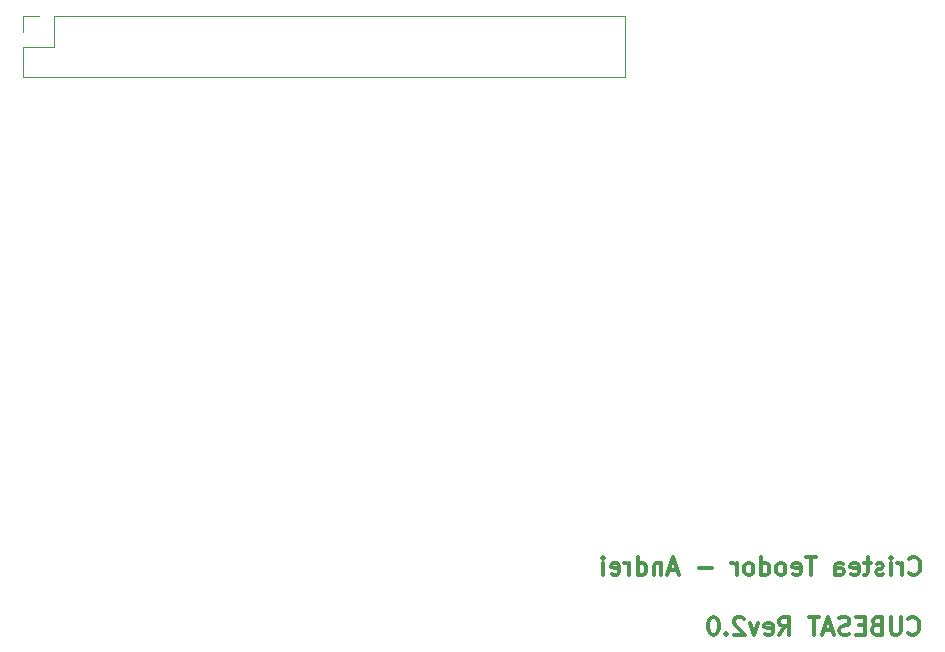
<source format=gbo>
G04 #@! TF.GenerationSoftware,KiCad,Pcbnew,7.0.8*
G04 #@! TF.CreationDate,2023-10-30T18:50:45+02:00*
G04 #@! TF.ProjectId,CubeSAT,43756265-5341-4542-9e6b-696361645f70,rev?*
G04 #@! TF.SameCoordinates,Original*
G04 #@! TF.FileFunction,Legend,Bot*
G04 #@! TF.FilePolarity,Positive*
%FSLAX46Y46*%
G04 Gerber Fmt 4.6, Leading zero omitted, Abs format (unit mm)*
G04 Created by KiCad (PCBNEW 7.0.8) date 2023-10-30 18:50:45*
%MOMM*%
%LPD*%
G01*
G04 APERTURE LIST*
%ADD10C,0.300000*%
%ADD11C,0.120000*%
%ADD12R,1.700000X1.700000*%
%ADD13O,1.700000X1.700000*%
%ADD14C,2.700000*%
G04 APERTURE END LIST*
D10*
X262088346Y-108157971D02*
X262159774Y-108229400D01*
X262159774Y-108229400D02*
X262374060Y-108300828D01*
X262374060Y-108300828D02*
X262516917Y-108300828D01*
X262516917Y-108300828D02*
X262731203Y-108229400D01*
X262731203Y-108229400D02*
X262874060Y-108086542D01*
X262874060Y-108086542D02*
X262945489Y-107943685D01*
X262945489Y-107943685D02*
X263016917Y-107657971D01*
X263016917Y-107657971D02*
X263016917Y-107443685D01*
X263016917Y-107443685D02*
X262945489Y-107157971D01*
X262945489Y-107157971D02*
X262874060Y-107015114D01*
X262874060Y-107015114D02*
X262731203Y-106872257D01*
X262731203Y-106872257D02*
X262516917Y-106800828D01*
X262516917Y-106800828D02*
X262374060Y-106800828D01*
X262374060Y-106800828D02*
X262159774Y-106872257D01*
X262159774Y-106872257D02*
X262088346Y-106943685D01*
X261445489Y-108300828D02*
X261445489Y-107300828D01*
X261445489Y-107586542D02*
X261374060Y-107443685D01*
X261374060Y-107443685D02*
X261302632Y-107372257D01*
X261302632Y-107372257D02*
X261159774Y-107300828D01*
X261159774Y-107300828D02*
X261016917Y-107300828D01*
X260516918Y-108300828D02*
X260516918Y-107300828D01*
X260516918Y-106800828D02*
X260588346Y-106872257D01*
X260588346Y-106872257D02*
X260516918Y-106943685D01*
X260516918Y-106943685D02*
X260445489Y-106872257D01*
X260445489Y-106872257D02*
X260516918Y-106800828D01*
X260516918Y-106800828D02*
X260516918Y-106943685D01*
X259874060Y-108229400D02*
X259731203Y-108300828D01*
X259731203Y-108300828D02*
X259445489Y-108300828D01*
X259445489Y-108300828D02*
X259302632Y-108229400D01*
X259302632Y-108229400D02*
X259231203Y-108086542D01*
X259231203Y-108086542D02*
X259231203Y-108015114D01*
X259231203Y-108015114D02*
X259302632Y-107872257D01*
X259302632Y-107872257D02*
X259445489Y-107800828D01*
X259445489Y-107800828D02*
X259659775Y-107800828D01*
X259659775Y-107800828D02*
X259802632Y-107729400D01*
X259802632Y-107729400D02*
X259874060Y-107586542D01*
X259874060Y-107586542D02*
X259874060Y-107515114D01*
X259874060Y-107515114D02*
X259802632Y-107372257D01*
X259802632Y-107372257D02*
X259659775Y-107300828D01*
X259659775Y-107300828D02*
X259445489Y-107300828D01*
X259445489Y-107300828D02*
X259302632Y-107372257D01*
X258802631Y-107300828D02*
X258231203Y-107300828D01*
X258588346Y-106800828D02*
X258588346Y-108086542D01*
X258588346Y-108086542D02*
X258516917Y-108229400D01*
X258516917Y-108229400D02*
X258374060Y-108300828D01*
X258374060Y-108300828D02*
X258231203Y-108300828D01*
X257159774Y-108229400D02*
X257302631Y-108300828D01*
X257302631Y-108300828D02*
X257588346Y-108300828D01*
X257588346Y-108300828D02*
X257731203Y-108229400D01*
X257731203Y-108229400D02*
X257802631Y-108086542D01*
X257802631Y-108086542D02*
X257802631Y-107515114D01*
X257802631Y-107515114D02*
X257731203Y-107372257D01*
X257731203Y-107372257D02*
X257588346Y-107300828D01*
X257588346Y-107300828D02*
X257302631Y-107300828D01*
X257302631Y-107300828D02*
X257159774Y-107372257D01*
X257159774Y-107372257D02*
X257088346Y-107515114D01*
X257088346Y-107515114D02*
X257088346Y-107657971D01*
X257088346Y-107657971D02*
X257802631Y-107800828D01*
X255802632Y-108300828D02*
X255802632Y-107515114D01*
X255802632Y-107515114D02*
X255874060Y-107372257D01*
X255874060Y-107372257D02*
X256016917Y-107300828D01*
X256016917Y-107300828D02*
X256302632Y-107300828D01*
X256302632Y-107300828D02*
X256445489Y-107372257D01*
X255802632Y-108229400D02*
X255945489Y-108300828D01*
X255945489Y-108300828D02*
X256302632Y-108300828D01*
X256302632Y-108300828D02*
X256445489Y-108229400D01*
X256445489Y-108229400D02*
X256516917Y-108086542D01*
X256516917Y-108086542D02*
X256516917Y-107943685D01*
X256516917Y-107943685D02*
X256445489Y-107800828D01*
X256445489Y-107800828D02*
X256302632Y-107729400D01*
X256302632Y-107729400D02*
X255945489Y-107729400D01*
X255945489Y-107729400D02*
X255802632Y-107657971D01*
X254159774Y-106800828D02*
X253302632Y-106800828D01*
X253731203Y-108300828D02*
X253731203Y-106800828D01*
X252231203Y-108229400D02*
X252374060Y-108300828D01*
X252374060Y-108300828D02*
X252659775Y-108300828D01*
X252659775Y-108300828D02*
X252802632Y-108229400D01*
X252802632Y-108229400D02*
X252874060Y-108086542D01*
X252874060Y-108086542D02*
X252874060Y-107515114D01*
X252874060Y-107515114D02*
X252802632Y-107372257D01*
X252802632Y-107372257D02*
X252659775Y-107300828D01*
X252659775Y-107300828D02*
X252374060Y-107300828D01*
X252374060Y-107300828D02*
X252231203Y-107372257D01*
X252231203Y-107372257D02*
X252159775Y-107515114D01*
X252159775Y-107515114D02*
X252159775Y-107657971D01*
X252159775Y-107657971D02*
X252874060Y-107800828D01*
X251302632Y-108300828D02*
X251445489Y-108229400D01*
X251445489Y-108229400D02*
X251516918Y-108157971D01*
X251516918Y-108157971D02*
X251588346Y-108015114D01*
X251588346Y-108015114D02*
X251588346Y-107586542D01*
X251588346Y-107586542D02*
X251516918Y-107443685D01*
X251516918Y-107443685D02*
X251445489Y-107372257D01*
X251445489Y-107372257D02*
X251302632Y-107300828D01*
X251302632Y-107300828D02*
X251088346Y-107300828D01*
X251088346Y-107300828D02*
X250945489Y-107372257D01*
X250945489Y-107372257D02*
X250874061Y-107443685D01*
X250874061Y-107443685D02*
X250802632Y-107586542D01*
X250802632Y-107586542D02*
X250802632Y-108015114D01*
X250802632Y-108015114D02*
X250874061Y-108157971D01*
X250874061Y-108157971D02*
X250945489Y-108229400D01*
X250945489Y-108229400D02*
X251088346Y-108300828D01*
X251088346Y-108300828D02*
X251302632Y-108300828D01*
X249516918Y-108300828D02*
X249516918Y-106800828D01*
X249516918Y-108229400D02*
X249659775Y-108300828D01*
X249659775Y-108300828D02*
X249945489Y-108300828D01*
X249945489Y-108300828D02*
X250088346Y-108229400D01*
X250088346Y-108229400D02*
X250159775Y-108157971D01*
X250159775Y-108157971D02*
X250231203Y-108015114D01*
X250231203Y-108015114D02*
X250231203Y-107586542D01*
X250231203Y-107586542D02*
X250159775Y-107443685D01*
X250159775Y-107443685D02*
X250088346Y-107372257D01*
X250088346Y-107372257D02*
X249945489Y-107300828D01*
X249945489Y-107300828D02*
X249659775Y-107300828D01*
X249659775Y-107300828D02*
X249516918Y-107372257D01*
X248588346Y-108300828D02*
X248731203Y-108229400D01*
X248731203Y-108229400D02*
X248802632Y-108157971D01*
X248802632Y-108157971D02*
X248874060Y-108015114D01*
X248874060Y-108015114D02*
X248874060Y-107586542D01*
X248874060Y-107586542D02*
X248802632Y-107443685D01*
X248802632Y-107443685D02*
X248731203Y-107372257D01*
X248731203Y-107372257D02*
X248588346Y-107300828D01*
X248588346Y-107300828D02*
X248374060Y-107300828D01*
X248374060Y-107300828D02*
X248231203Y-107372257D01*
X248231203Y-107372257D02*
X248159775Y-107443685D01*
X248159775Y-107443685D02*
X248088346Y-107586542D01*
X248088346Y-107586542D02*
X248088346Y-108015114D01*
X248088346Y-108015114D02*
X248159775Y-108157971D01*
X248159775Y-108157971D02*
X248231203Y-108229400D01*
X248231203Y-108229400D02*
X248374060Y-108300828D01*
X248374060Y-108300828D02*
X248588346Y-108300828D01*
X247445489Y-108300828D02*
X247445489Y-107300828D01*
X247445489Y-107586542D02*
X247374060Y-107443685D01*
X247374060Y-107443685D02*
X247302632Y-107372257D01*
X247302632Y-107372257D02*
X247159774Y-107300828D01*
X247159774Y-107300828D02*
X247016917Y-107300828D01*
X245374061Y-107729400D02*
X244231204Y-107729400D01*
X242445489Y-107872257D02*
X241731204Y-107872257D01*
X242588346Y-108300828D02*
X242088346Y-106800828D01*
X242088346Y-106800828D02*
X241588346Y-108300828D01*
X241088347Y-107300828D02*
X241088347Y-108300828D01*
X241088347Y-107443685D02*
X241016918Y-107372257D01*
X241016918Y-107372257D02*
X240874061Y-107300828D01*
X240874061Y-107300828D02*
X240659775Y-107300828D01*
X240659775Y-107300828D02*
X240516918Y-107372257D01*
X240516918Y-107372257D02*
X240445490Y-107515114D01*
X240445490Y-107515114D02*
X240445490Y-108300828D01*
X239088347Y-108300828D02*
X239088347Y-106800828D01*
X239088347Y-108229400D02*
X239231204Y-108300828D01*
X239231204Y-108300828D02*
X239516918Y-108300828D01*
X239516918Y-108300828D02*
X239659775Y-108229400D01*
X239659775Y-108229400D02*
X239731204Y-108157971D01*
X239731204Y-108157971D02*
X239802632Y-108015114D01*
X239802632Y-108015114D02*
X239802632Y-107586542D01*
X239802632Y-107586542D02*
X239731204Y-107443685D01*
X239731204Y-107443685D02*
X239659775Y-107372257D01*
X239659775Y-107372257D02*
X239516918Y-107300828D01*
X239516918Y-107300828D02*
X239231204Y-107300828D01*
X239231204Y-107300828D02*
X239088347Y-107372257D01*
X238374061Y-108300828D02*
X238374061Y-107300828D01*
X238374061Y-107586542D02*
X238302632Y-107443685D01*
X238302632Y-107443685D02*
X238231204Y-107372257D01*
X238231204Y-107372257D02*
X238088346Y-107300828D01*
X238088346Y-107300828D02*
X237945489Y-107300828D01*
X236874061Y-108229400D02*
X237016918Y-108300828D01*
X237016918Y-108300828D02*
X237302633Y-108300828D01*
X237302633Y-108300828D02*
X237445490Y-108229400D01*
X237445490Y-108229400D02*
X237516918Y-108086542D01*
X237516918Y-108086542D02*
X237516918Y-107515114D01*
X237516918Y-107515114D02*
X237445490Y-107372257D01*
X237445490Y-107372257D02*
X237302633Y-107300828D01*
X237302633Y-107300828D02*
X237016918Y-107300828D01*
X237016918Y-107300828D02*
X236874061Y-107372257D01*
X236874061Y-107372257D02*
X236802633Y-107515114D01*
X236802633Y-107515114D02*
X236802633Y-107657971D01*
X236802633Y-107657971D02*
X237516918Y-107800828D01*
X236159776Y-108300828D02*
X236159776Y-107300828D01*
X236159776Y-106800828D02*
X236231204Y-106872257D01*
X236231204Y-106872257D02*
X236159776Y-106943685D01*
X236159776Y-106943685D02*
X236088347Y-106872257D01*
X236088347Y-106872257D02*
X236159776Y-106800828D01*
X236159776Y-106800828D02*
X236159776Y-106943685D01*
X261998346Y-113217971D02*
X262069774Y-113289400D01*
X262069774Y-113289400D02*
X262284060Y-113360828D01*
X262284060Y-113360828D02*
X262426917Y-113360828D01*
X262426917Y-113360828D02*
X262641203Y-113289400D01*
X262641203Y-113289400D02*
X262784060Y-113146542D01*
X262784060Y-113146542D02*
X262855489Y-113003685D01*
X262855489Y-113003685D02*
X262926917Y-112717971D01*
X262926917Y-112717971D02*
X262926917Y-112503685D01*
X262926917Y-112503685D02*
X262855489Y-112217971D01*
X262855489Y-112217971D02*
X262784060Y-112075114D01*
X262784060Y-112075114D02*
X262641203Y-111932257D01*
X262641203Y-111932257D02*
X262426917Y-111860828D01*
X262426917Y-111860828D02*
X262284060Y-111860828D01*
X262284060Y-111860828D02*
X262069774Y-111932257D01*
X262069774Y-111932257D02*
X261998346Y-112003685D01*
X261355489Y-111860828D02*
X261355489Y-113075114D01*
X261355489Y-113075114D02*
X261284060Y-113217971D01*
X261284060Y-113217971D02*
X261212632Y-113289400D01*
X261212632Y-113289400D02*
X261069774Y-113360828D01*
X261069774Y-113360828D02*
X260784060Y-113360828D01*
X260784060Y-113360828D02*
X260641203Y-113289400D01*
X260641203Y-113289400D02*
X260569774Y-113217971D01*
X260569774Y-113217971D02*
X260498346Y-113075114D01*
X260498346Y-113075114D02*
X260498346Y-111860828D01*
X259284060Y-112575114D02*
X259069774Y-112646542D01*
X259069774Y-112646542D02*
X258998345Y-112717971D01*
X258998345Y-112717971D02*
X258926917Y-112860828D01*
X258926917Y-112860828D02*
X258926917Y-113075114D01*
X258926917Y-113075114D02*
X258998345Y-113217971D01*
X258998345Y-113217971D02*
X259069774Y-113289400D01*
X259069774Y-113289400D02*
X259212631Y-113360828D01*
X259212631Y-113360828D02*
X259784060Y-113360828D01*
X259784060Y-113360828D02*
X259784060Y-111860828D01*
X259784060Y-111860828D02*
X259284060Y-111860828D01*
X259284060Y-111860828D02*
X259141203Y-111932257D01*
X259141203Y-111932257D02*
X259069774Y-112003685D01*
X259069774Y-112003685D02*
X258998345Y-112146542D01*
X258998345Y-112146542D02*
X258998345Y-112289400D01*
X258998345Y-112289400D02*
X259069774Y-112432257D01*
X259069774Y-112432257D02*
X259141203Y-112503685D01*
X259141203Y-112503685D02*
X259284060Y-112575114D01*
X259284060Y-112575114D02*
X259784060Y-112575114D01*
X258284060Y-112575114D02*
X257784060Y-112575114D01*
X257569774Y-113360828D02*
X258284060Y-113360828D01*
X258284060Y-113360828D02*
X258284060Y-111860828D01*
X258284060Y-111860828D02*
X257569774Y-111860828D01*
X256998345Y-113289400D02*
X256784060Y-113360828D01*
X256784060Y-113360828D02*
X256426917Y-113360828D01*
X256426917Y-113360828D02*
X256284060Y-113289400D01*
X256284060Y-113289400D02*
X256212631Y-113217971D01*
X256212631Y-113217971D02*
X256141202Y-113075114D01*
X256141202Y-113075114D02*
X256141202Y-112932257D01*
X256141202Y-112932257D02*
X256212631Y-112789400D01*
X256212631Y-112789400D02*
X256284060Y-112717971D01*
X256284060Y-112717971D02*
X256426917Y-112646542D01*
X256426917Y-112646542D02*
X256712631Y-112575114D01*
X256712631Y-112575114D02*
X256855488Y-112503685D01*
X256855488Y-112503685D02*
X256926917Y-112432257D01*
X256926917Y-112432257D02*
X256998345Y-112289400D01*
X256998345Y-112289400D02*
X256998345Y-112146542D01*
X256998345Y-112146542D02*
X256926917Y-112003685D01*
X256926917Y-112003685D02*
X256855488Y-111932257D01*
X256855488Y-111932257D02*
X256712631Y-111860828D01*
X256712631Y-111860828D02*
X256355488Y-111860828D01*
X256355488Y-111860828D02*
X256141202Y-111932257D01*
X255569774Y-112932257D02*
X254855489Y-112932257D01*
X255712631Y-113360828D02*
X255212631Y-111860828D01*
X255212631Y-111860828D02*
X254712631Y-113360828D01*
X254426917Y-111860828D02*
X253569775Y-111860828D01*
X253998346Y-113360828D02*
X253998346Y-111860828D01*
X251069775Y-113360828D02*
X251569775Y-112646542D01*
X251926918Y-113360828D02*
X251926918Y-111860828D01*
X251926918Y-111860828D02*
X251355489Y-111860828D01*
X251355489Y-111860828D02*
X251212632Y-111932257D01*
X251212632Y-111932257D02*
X251141203Y-112003685D01*
X251141203Y-112003685D02*
X251069775Y-112146542D01*
X251069775Y-112146542D02*
X251069775Y-112360828D01*
X251069775Y-112360828D02*
X251141203Y-112503685D01*
X251141203Y-112503685D02*
X251212632Y-112575114D01*
X251212632Y-112575114D02*
X251355489Y-112646542D01*
X251355489Y-112646542D02*
X251926918Y-112646542D01*
X249855489Y-113289400D02*
X249998346Y-113360828D01*
X249998346Y-113360828D02*
X250284061Y-113360828D01*
X250284061Y-113360828D02*
X250426918Y-113289400D01*
X250426918Y-113289400D02*
X250498346Y-113146542D01*
X250498346Y-113146542D02*
X250498346Y-112575114D01*
X250498346Y-112575114D02*
X250426918Y-112432257D01*
X250426918Y-112432257D02*
X250284061Y-112360828D01*
X250284061Y-112360828D02*
X249998346Y-112360828D01*
X249998346Y-112360828D02*
X249855489Y-112432257D01*
X249855489Y-112432257D02*
X249784061Y-112575114D01*
X249784061Y-112575114D02*
X249784061Y-112717971D01*
X249784061Y-112717971D02*
X250498346Y-112860828D01*
X249284061Y-112360828D02*
X248926918Y-113360828D01*
X248926918Y-113360828D02*
X248569775Y-112360828D01*
X248069775Y-112003685D02*
X247998347Y-111932257D01*
X247998347Y-111932257D02*
X247855490Y-111860828D01*
X247855490Y-111860828D02*
X247498347Y-111860828D01*
X247498347Y-111860828D02*
X247355490Y-111932257D01*
X247355490Y-111932257D02*
X247284061Y-112003685D01*
X247284061Y-112003685D02*
X247212632Y-112146542D01*
X247212632Y-112146542D02*
X247212632Y-112289400D01*
X247212632Y-112289400D02*
X247284061Y-112503685D01*
X247284061Y-112503685D02*
X248141204Y-113360828D01*
X248141204Y-113360828D02*
X247212632Y-113360828D01*
X246569776Y-113217971D02*
X246498347Y-113289400D01*
X246498347Y-113289400D02*
X246569776Y-113360828D01*
X246569776Y-113360828D02*
X246641204Y-113289400D01*
X246641204Y-113289400D02*
X246569776Y-113217971D01*
X246569776Y-113217971D02*
X246569776Y-113360828D01*
X245569775Y-111860828D02*
X245426918Y-111860828D01*
X245426918Y-111860828D02*
X245284061Y-111932257D01*
X245284061Y-111932257D02*
X245212633Y-112003685D01*
X245212633Y-112003685D02*
X245141204Y-112146542D01*
X245141204Y-112146542D02*
X245069775Y-112432257D01*
X245069775Y-112432257D02*
X245069775Y-112789400D01*
X245069775Y-112789400D02*
X245141204Y-113075114D01*
X245141204Y-113075114D02*
X245212633Y-113217971D01*
X245212633Y-113217971D02*
X245284061Y-113289400D01*
X245284061Y-113289400D02*
X245426918Y-113360828D01*
X245426918Y-113360828D02*
X245569775Y-113360828D01*
X245569775Y-113360828D02*
X245712633Y-113289400D01*
X245712633Y-113289400D02*
X245784061Y-113217971D01*
X245784061Y-113217971D02*
X245855490Y-113075114D01*
X245855490Y-113075114D02*
X245926918Y-112789400D01*
X245926918Y-112789400D02*
X245926918Y-112432257D01*
X245926918Y-112432257D02*
X245855490Y-112146542D01*
X245855490Y-112146542D02*
X245784061Y-112003685D01*
X245784061Y-112003685D02*
X245712633Y-111932257D01*
X245712633Y-111932257D02*
X245569775Y-111860828D01*
D11*
X187050000Y-66180000D02*
X237970000Y-66180000D01*
X187050000Y-63580000D02*
X187050000Y-66180000D01*
X189650000Y-63580000D02*
X187050000Y-63580000D01*
X187050000Y-60980000D02*
X187050000Y-62310000D01*
X188380000Y-60980000D02*
X187050000Y-60980000D01*
X189650000Y-60980000D02*
X189650000Y-63580000D01*
X189650000Y-60980000D02*
X237970000Y-60980000D01*
X237970000Y-60980000D02*
X237970000Y-66180000D01*
%LPC*%
D12*
X184500000Y-76575000D03*
D13*
X184500000Y-79115000D03*
X184500000Y-81655000D03*
X184500000Y-84195000D03*
X184500000Y-86735000D03*
X184500000Y-89275000D03*
X184500000Y-91815000D03*
X184500000Y-94355000D03*
X184500000Y-96895000D03*
X184500000Y-99435000D03*
D12*
X201060000Y-112300000D03*
D13*
X203600000Y-112300000D03*
X206140000Y-112300000D03*
X208680000Y-112300000D03*
X211220000Y-112300000D03*
X213760000Y-112300000D03*
D14*
X183500000Y-63500000D03*
X183500000Y-112500000D03*
X241500000Y-112500000D03*
X241500000Y-63500000D03*
D12*
X249360000Y-89610000D03*
D13*
X246820000Y-89610000D03*
X249360000Y-87070000D03*
X246820000Y-87070000D03*
X249360000Y-84530000D03*
X246820000Y-84530000D03*
X249360000Y-81990000D03*
X246820000Y-81990000D03*
X236640000Y-64850000D03*
X236640000Y-62310000D03*
X234100000Y-64850000D03*
X234100000Y-62310000D03*
X231560000Y-64850000D03*
X231560000Y-62310000D03*
X229020000Y-64850000D03*
X229020000Y-62310000D03*
X226480000Y-64850000D03*
X226480000Y-62310000D03*
X223940000Y-64850000D03*
X223940000Y-62310000D03*
X221400000Y-64850000D03*
X221400000Y-62310000D03*
X218860000Y-64850000D03*
X218860000Y-62310000D03*
X216320000Y-64850000D03*
X216320000Y-62310000D03*
X213780000Y-64850000D03*
X213780000Y-62310000D03*
X211240000Y-64850000D03*
X211240000Y-62310000D03*
X208700000Y-64850000D03*
X208700000Y-62310000D03*
X206160000Y-64850000D03*
X206160000Y-62310000D03*
X203620000Y-64850000D03*
X203620000Y-62310000D03*
X201080000Y-64850000D03*
X201080000Y-62310000D03*
X198540000Y-64850000D03*
X198540000Y-62310000D03*
X196000000Y-64850000D03*
X196000000Y-62310000D03*
X193460000Y-64850000D03*
X193460000Y-62310000D03*
X190920000Y-64850000D03*
X190920000Y-62310000D03*
X188380000Y-64850000D03*
D12*
X188380000Y-62310000D03*
%LPD*%
M02*

</source>
